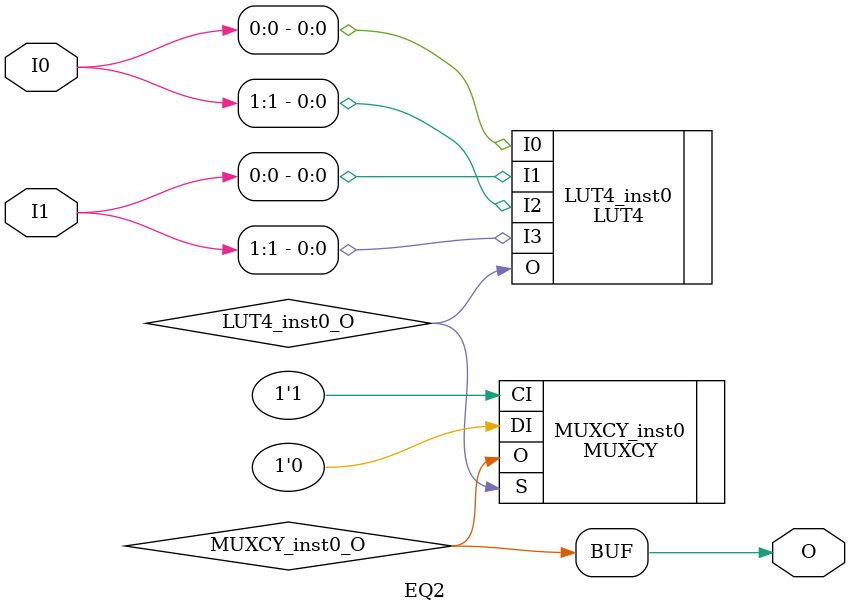
<source format=v>
module EQ2 (input [1:0] I0, input [1:0] I1, output  O);
wire  LUT4_inst0_O;
wire  MUXCY_inst0_O;
LUT4 #(.INIT(16'h9009)) LUT4_inst0 (.I0(I0[0]), .I1(I1[0]), .I2(I0[1]), .I3(I1[1]), .O(LUT4_inst0_O));
MUXCY MUXCY_inst0 (.DI(1'b0), .CI(1'b1), .S(LUT4_inst0_O), .O(MUXCY_inst0_O));
assign O = MUXCY_inst0_O;
endmodule


</source>
